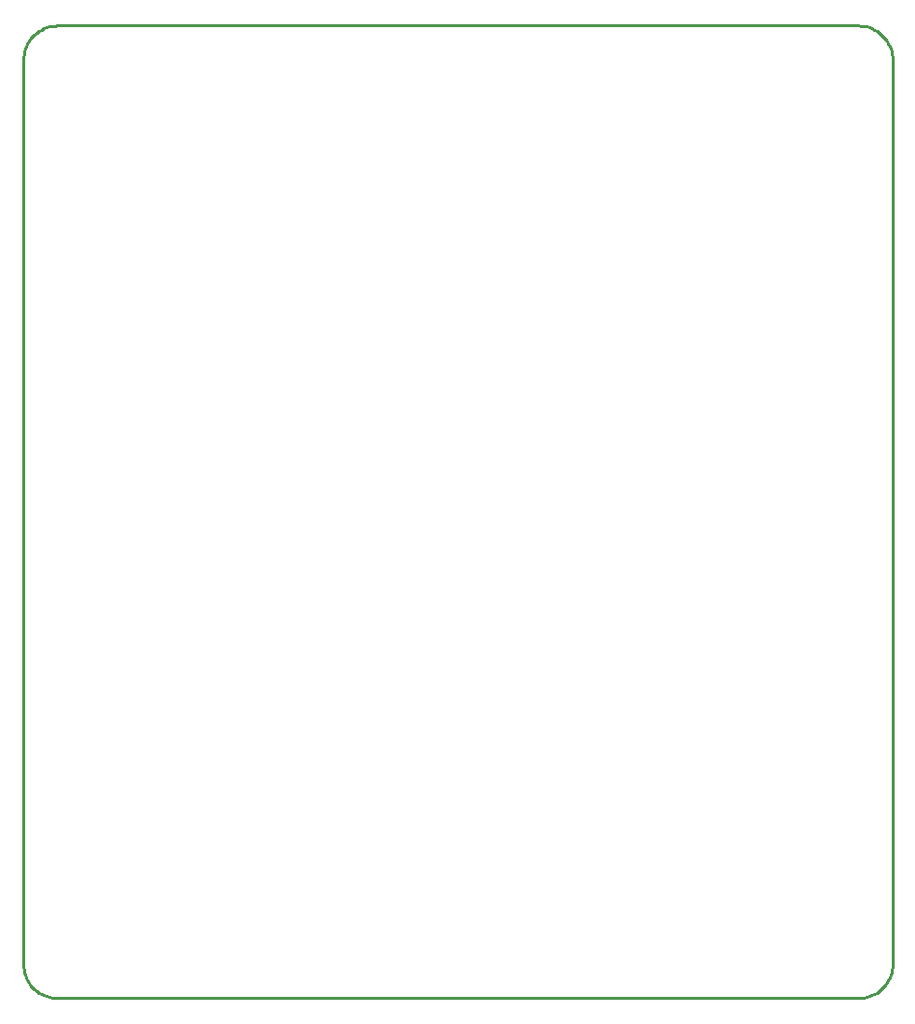
<source format=gko>
G04*
G04 #@! TF.GenerationSoftware,Altium Limited,Altium Designer,21.9.2 (33)*
G04*
G04 Layer_Color=16711935*
%FSLAX25Y25*%
%MOIN*%
G70*
G04*
G04 #@! TF.SameCoordinates,4D01AB76-DD33-443A-9DFE-E83AFE04FE17*
G04*
G04*
G04 #@! TF.FilePolarity,Positive*
G04*
G01*
G75*
%ADD17C,0.01000*%
D17*
X287402Y0D02*
X288377Y40D01*
X289346Y161D01*
X290301Y361D01*
X291237Y640D01*
X292146Y995D01*
X293023Y1424D01*
X293862Y1923D01*
X294656Y2490D01*
X295401Y3121D01*
X296091Y3812D01*
X296722Y4557D01*
X297289Y5351D01*
X297789Y6190D01*
X298218Y7067D01*
X298573Y7976D01*
X298851Y8912D01*
X299051Y9867D01*
X299172Y10836D01*
X299213Y11811D01*
X0D02*
X40Y10836D01*
X161Y9867D01*
X361Y8912D01*
X640Y7976D01*
X995Y7067D01*
X1424Y6190D01*
X1923Y5351D01*
X2490Y4557D01*
X3121Y3812D01*
X3812Y3121D01*
X4557Y2490D01*
X5351Y1923D01*
X6190Y1424D01*
X7067Y995D01*
X7976Y640D01*
X8912Y361D01*
X9867Y161D01*
X10836Y40D01*
X11811Y0D01*
X299213Y322835D02*
X299172Y323810D01*
X299051Y324779D01*
X298851Y325734D01*
X298573Y326670D01*
X298218Y327579D01*
X297789Y328456D01*
X297289Y329295D01*
X296722Y330089D01*
X296091Y330834D01*
X295401Y331524D01*
X294656Y332155D01*
X293862Y332722D01*
X293023Y333222D01*
X292146Y333651D01*
X291237Y334006D01*
X290301Y334284D01*
X289346Y334485D01*
X288377Y334605D01*
X287402Y334646D01*
X11811D02*
X10836Y334605D01*
X9867Y334485D01*
X8912Y334284D01*
X7976Y334006D01*
X7067Y333651D01*
X6190Y333222D01*
X5351Y332722D01*
X4557Y332155D01*
X3812Y331524D01*
X3121Y330834D01*
X2490Y330089D01*
X1923Y329295D01*
X1424Y328456D01*
X995Y327579D01*
X640Y326670D01*
X361Y325734D01*
X161Y324779D01*
X40Y323810D01*
X0Y322835D01*
X11811Y334646D02*
X287402D01*
X299213Y11811D02*
X299213Y322835D01*
X11811Y0D02*
X287402D01*
X-0Y11811D02*
X0Y322835D01*
M02*

</source>
